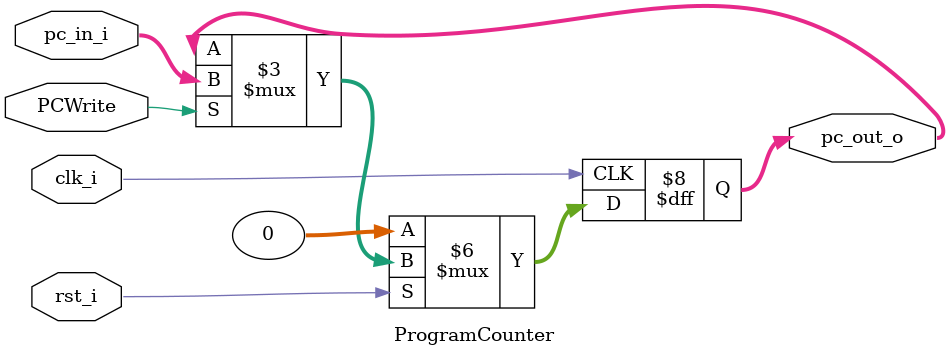
<source format=v>

module ProgramCounter(
    clk_i,
	rst_i,
	PCWrite,
	pc_in_i,
	pc_out_o
	);
     
//I/O ports
input           clk_i;
input	        rst_i;
input		PCWrite;
input  [32-1:0] pc_in_i;
output [32-1:0] pc_out_o;
 
//Internal Signals
reg    [32-1:0] pc_out_o;
 
//Parameter

    
//Main function
always @(posedge clk_i) begin
    
	if(~rst_i)
	    pc_out_o <= 0;
	else if(PCWrite)
	    pc_out_o <= pc_in_i;
end

endmodule



                    
                    
</source>
